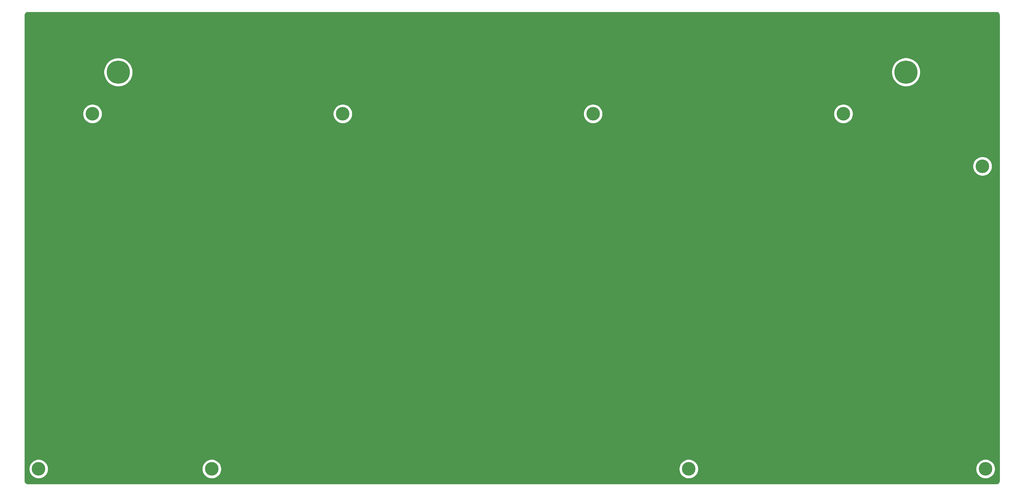
<source format=gbr>
%TF.GenerationSoftware,KiCad,Pcbnew,(5.1.9)-1*%
%TF.CreationDate,2021-09-28T04:32:12-04:00*%
%TF.ProjectId,neoutline,6e656f75-746c-4696-9e65-2e6b69636164,rev?*%
%TF.SameCoordinates,Original*%
%TF.FileFunction,Copper,L1,Top*%
%TF.FilePolarity,Positive*%
%FSLAX46Y46*%
G04 Gerber Fmt 4.6, Leading zero omitted, Abs format (unit mm)*
G04 Created by KiCad (PCBNEW (5.1.9)-1) date 2021-09-28 04:32:12*
%MOMM*%
%LPD*%
G01*
G04 APERTURE LIST*
%TA.AperFunction,ComponentPad*%
%ADD10C,4.400000*%
%TD*%
%TA.AperFunction,ComponentPad*%
%ADD11C,7.500000*%
%TD*%
%TA.AperFunction,NonConductor*%
%ADD12C,0.254000*%
%TD*%
%TA.AperFunction,NonConductor*%
%ADD13C,0.100000*%
%TD*%
G04 APERTURE END LIST*
D10*
%TO.P,REF\u002A\u002A,1*%
%TO.N,N/C*%
X292528868Y-73570270D03*
%TD*%
%TO.P,REF\u002A\u002A,1*%
%TO.N,N/C*%
X247553518Y-56570270D03*
%TD*%
%TO.P,REF\u002A\u002A,1*%
%TO.N,N/C*%
X166583518Y-56570270D03*
%TD*%
%TO.P,REF\u002A\u002A,1*%
%TO.N,N/C*%
X85623518Y-56570270D03*
%TD*%
%TO.P,REF\u002A\u002A,1*%
%TO.N,N/C*%
X4663518Y-56570270D03*
%TD*%
%TO.P,REF\u002A\u002A,1*%
%TO.N,N/C*%
X197528868Y-171570270D03*
%TD*%
%TO.P,REF\u002A\u002A,1*%
%TO.N,N/C*%
X43253518Y-171570270D03*
%TD*%
%TO.P,REF\u002A\u002A,1*%
%TO.N,N/C*%
X293528868Y-171570270D03*
%TD*%
D11*
%TO.P,REF\u002A\u002A,1*%
%TO.N,N/C*%
X267783900Y-43073500D03*
%TD*%
%TO.P,REF\u002A\u002A,1*%
%TO.N,N/C*%
X13008900Y-43098500D03*
%TD*%
D10*
%TO.P,REF\u002A\u002A,1*%
%TO.N,N/C*%
X-12746482Y-171570270D03*
%TD*%
D12*
X297216900Y-23695661D02*
X297397770Y-23750269D01*
X297564592Y-23838970D01*
X297711006Y-23958382D01*
X297831441Y-24103963D01*
X297921299Y-24270152D01*
X297977170Y-24450642D01*
X298001869Y-24685636D01*
X298001868Y-175370046D01*
X297978507Y-175608303D01*
X297923899Y-175789172D01*
X297835197Y-175955996D01*
X297715786Y-176102408D01*
X297570208Y-176222841D01*
X297404015Y-176312702D01*
X297223527Y-176368572D01*
X296988541Y-176393270D01*
X-16196258Y-176393270D01*
X-16434515Y-176369909D01*
X-16615384Y-176315301D01*
X-16782208Y-176226599D01*
X-16928620Y-176107188D01*
X-17049053Y-175961610D01*
X-17138914Y-175795417D01*
X-17194784Y-175614929D01*
X-17219482Y-175379943D01*
X-17219482Y-171262287D01*
X-15873482Y-171262287D01*
X-15873482Y-171878253D01*
X-15753313Y-172482382D01*
X-15517593Y-173051460D01*
X-15175381Y-173563616D01*
X-14739828Y-173999169D01*
X-14227672Y-174341381D01*
X-13658594Y-174577101D01*
X-13054465Y-174697270D01*
X-12438499Y-174697270D01*
X-11834370Y-174577101D01*
X-11265292Y-174341381D01*
X-10753136Y-173999169D01*
X-10317583Y-173563616D01*
X-9975371Y-173051460D01*
X-9739651Y-172482382D01*
X-9619482Y-171878253D01*
X-9619482Y-171262287D01*
X40126518Y-171262287D01*
X40126518Y-171878253D01*
X40246687Y-172482382D01*
X40482407Y-173051460D01*
X40824619Y-173563616D01*
X41260172Y-173999169D01*
X41772328Y-174341381D01*
X42341406Y-174577101D01*
X42945535Y-174697270D01*
X43561501Y-174697270D01*
X44165630Y-174577101D01*
X44734708Y-174341381D01*
X45246864Y-173999169D01*
X45682417Y-173563616D01*
X46024629Y-173051460D01*
X46260349Y-172482382D01*
X46380518Y-171878253D01*
X46380518Y-171262287D01*
X194401868Y-171262287D01*
X194401868Y-171878253D01*
X194522037Y-172482382D01*
X194757757Y-173051460D01*
X195099969Y-173563616D01*
X195535522Y-173999169D01*
X196047678Y-174341381D01*
X196616756Y-174577101D01*
X197220885Y-174697270D01*
X197836851Y-174697270D01*
X198440980Y-174577101D01*
X199010058Y-174341381D01*
X199522214Y-173999169D01*
X199957767Y-173563616D01*
X200299979Y-173051460D01*
X200535699Y-172482382D01*
X200655868Y-171878253D01*
X200655868Y-171262287D01*
X290401868Y-171262287D01*
X290401868Y-171878253D01*
X290522037Y-172482382D01*
X290757757Y-173051460D01*
X291099969Y-173563616D01*
X291535522Y-173999169D01*
X292047678Y-174341381D01*
X292616756Y-174577101D01*
X293220885Y-174697270D01*
X293836851Y-174697270D01*
X294440980Y-174577101D01*
X295010058Y-174341381D01*
X295522214Y-173999169D01*
X295957767Y-173563616D01*
X296299979Y-173051460D01*
X296535699Y-172482382D01*
X296655868Y-171878253D01*
X296655868Y-171262287D01*
X296535699Y-170658158D01*
X296299979Y-170089080D01*
X295957767Y-169576924D01*
X295522214Y-169141371D01*
X295010058Y-168799159D01*
X294440980Y-168563439D01*
X293836851Y-168443270D01*
X293220885Y-168443270D01*
X292616756Y-168563439D01*
X292047678Y-168799159D01*
X291535522Y-169141371D01*
X291099969Y-169576924D01*
X290757757Y-170089080D01*
X290522037Y-170658158D01*
X290401868Y-171262287D01*
X200655868Y-171262287D01*
X200535699Y-170658158D01*
X200299979Y-170089080D01*
X199957767Y-169576924D01*
X199522214Y-169141371D01*
X199010058Y-168799159D01*
X198440980Y-168563439D01*
X197836851Y-168443270D01*
X197220885Y-168443270D01*
X196616756Y-168563439D01*
X196047678Y-168799159D01*
X195535522Y-169141371D01*
X195099969Y-169576924D01*
X194757757Y-170089080D01*
X194522037Y-170658158D01*
X194401868Y-171262287D01*
X46380518Y-171262287D01*
X46260349Y-170658158D01*
X46024629Y-170089080D01*
X45682417Y-169576924D01*
X45246864Y-169141371D01*
X44734708Y-168799159D01*
X44165630Y-168563439D01*
X43561501Y-168443270D01*
X42945535Y-168443270D01*
X42341406Y-168563439D01*
X41772328Y-168799159D01*
X41260172Y-169141371D01*
X40824619Y-169576924D01*
X40482407Y-170089080D01*
X40246687Y-170658158D01*
X40126518Y-171262287D01*
X-9619482Y-171262287D01*
X-9739651Y-170658158D01*
X-9975371Y-170089080D01*
X-10317583Y-169576924D01*
X-10753136Y-169141371D01*
X-11265292Y-168799159D01*
X-11834370Y-168563439D01*
X-12438499Y-168443270D01*
X-13054465Y-168443270D01*
X-13658594Y-168563439D01*
X-14227672Y-168799159D01*
X-14739828Y-169141371D01*
X-15175381Y-169576924D01*
X-15517593Y-170089080D01*
X-15753313Y-170658158D01*
X-15873482Y-171262287D01*
X-17219482Y-171262287D01*
X-17219482Y-73262287D01*
X289401868Y-73262287D01*
X289401868Y-73878253D01*
X289522037Y-74482382D01*
X289757757Y-75051460D01*
X290099969Y-75563616D01*
X290535522Y-75999169D01*
X291047678Y-76341381D01*
X291616756Y-76577101D01*
X292220885Y-76697270D01*
X292836851Y-76697270D01*
X293440980Y-76577101D01*
X294010058Y-76341381D01*
X294522214Y-75999169D01*
X294957767Y-75563616D01*
X295299979Y-75051460D01*
X295535699Y-74482382D01*
X295655868Y-73878253D01*
X295655868Y-73262287D01*
X295535699Y-72658158D01*
X295299979Y-72089080D01*
X294957767Y-71576924D01*
X294522214Y-71141371D01*
X294010058Y-70799159D01*
X293440980Y-70563439D01*
X292836851Y-70443270D01*
X292220885Y-70443270D01*
X291616756Y-70563439D01*
X291047678Y-70799159D01*
X290535522Y-71141371D01*
X290099969Y-71576924D01*
X289757757Y-72089080D01*
X289522037Y-72658158D01*
X289401868Y-73262287D01*
X-17219482Y-73262287D01*
X-17219482Y-56262287D01*
X1536518Y-56262287D01*
X1536518Y-56878253D01*
X1656687Y-57482382D01*
X1892407Y-58051460D01*
X2234619Y-58563616D01*
X2670172Y-58999169D01*
X3182328Y-59341381D01*
X3751406Y-59577101D01*
X4355535Y-59697270D01*
X4971501Y-59697270D01*
X5575630Y-59577101D01*
X6144708Y-59341381D01*
X6656864Y-58999169D01*
X7092417Y-58563616D01*
X7434629Y-58051460D01*
X7670349Y-57482382D01*
X7790518Y-56878253D01*
X7790518Y-56262287D01*
X82496518Y-56262287D01*
X82496518Y-56878253D01*
X82616687Y-57482382D01*
X82852407Y-58051460D01*
X83194619Y-58563616D01*
X83630172Y-58999169D01*
X84142328Y-59341381D01*
X84711406Y-59577101D01*
X85315535Y-59697270D01*
X85931501Y-59697270D01*
X86535630Y-59577101D01*
X87104708Y-59341381D01*
X87616864Y-58999169D01*
X88052417Y-58563616D01*
X88394629Y-58051460D01*
X88630349Y-57482382D01*
X88750518Y-56878253D01*
X88750518Y-56262287D01*
X163456518Y-56262287D01*
X163456518Y-56878253D01*
X163576687Y-57482382D01*
X163812407Y-58051460D01*
X164154619Y-58563616D01*
X164590172Y-58999169D01*
X165102328Y-59341381D01*
X165671406Y-59577101D01*
X166275535Y-59697270D01*
X166891501Y-59697270D01*
X167495630Y-59577101D01*
X168064708Y-59341381D01*
X168576864Y-58999169D01*
X169012417Y-58563616D01*
X169354629Y-58051460D01*
X169590349Y-57482382D01*
X169710518Y-56878253D01*
X169710518Y-56262287D01*
X244426518Y-56262287D01*
X244426518Y-56878253D01*
X244546687Y-57482382D01*
X244782407Y-58051460D01*
X245124619Y-58563616D01*
X245560172Y-58999169D01*
X246072328Y-59341381D01*
X246641406Y-59577101D01*
X247245535Y-59697270D01*
X247861501Y-59697270D01*
X248465630Y-59577101D01*
X249034708Y-59341381D01*
X249546864Y-58999169D01*
X249982417Y-58563616D01*
X250324629Y-58051460D01*
X250560349Y-57482382D01*
X250680518Y-56878253D01*
X250680518Y-56262287D01*
X250560349Y-55658158D01*
X250324629Y-55089080D01*
X249982417Y-54576924D01*
X249546864Y-54141371D01*
X249034708Y-53799159D01*
X248465630Y-53563439D01*
X247861501Y-53443270D01*
X247245535Y-53443270D01*
X246641406Y-53563439D01*
X246072328Y-53799159D01*
X245560172Y-54141371D01*
X245124619Y-54576924D01*
X244782407Y-55089080D01*
X244546687Y-55658158D01*
X244426518Y-56262287D01*
X169710518Y-56262287D01*
X169590349Y-55658158D01*
X169354629Y-55089080D01*
X169012417Y-54576924D01*
X168576864Y-54141371D01*
X168064708Y-53799159D01*
X167495630Y-53563439D01*
X166891501Y-53443270D01*
X166275535Y-53443270D01*
X165671406Y-53563439D01*
X165102328Y-53799159D01*
X164590172Y-54141371D01*
X164154619Y-54576924D01*
X163812407Y-55089080D01*
X163576687Y-55658158D01*
X163456518Y-56262287D01*
X88750518Y-56262287D01*
X88630349Y-55658158D01*
X88394629Y-55089080D01*
X88052417Y-54576924D01*
X87616864Y-54141371D01*
X87104708Y-53799159D01*
X86535630Y-53563439D01*
X85931501Y-53443270D01*
X85315535Y-53443270D01*
X84711406Y-53563439D01*
X84142328Y-53799159D01*
X83630172Y-54141371D01*
X83194619Y-54576924D01*
X82852407Y-55089080D01*
X82616687Y-55658158D01*
X82496518Y-56262287D01*
X7790518Y-56262287D01*
X7670349Y-55658158D01*
X7434629Y-55089080D01*
X7092417Y-54576924D01*
X6656864Y-54141371D01*
X6144708Y-53799159D01*
X5575630Y-53563439D01*
X4971501Y-53443270D01*
X4355535Y-53443270D01*
X3751406Y-53563439D01*
X3182328Y-53799159D01*
X2670172Y-54141371D01*
X2234619Y-54576924D01*
X1892407Y-55089080D01*
X1656687Y-55658158D01*
X1536518Y-56262287D01*
X-17219482Y-56262287D01*
X-17219482Y-42637856D01*
X8331900Y-42637856D01*
X8331900Y-43559144D01*
X8511634Y-44462731D01*
X8864196Y-45313890D01*
X9376037Y-46079914D01*
X10027486Y-46731363D01*
X10793510Y-47243204D01*
X11644669Y-47595766D01*
X12548256Y-47775500D01*
X13469544Y-47775500D01*
X14373131Y-47595766D01*
X15224290Y-47243204D01*
X15990314Y-46731363D01*
X16641763Y-46079914D01*
X17153604Y-45313890D01*
X17506166Y-44462731D01*
X17685900Y-43559144D01*
X17685900Y-42637856D01*
X17680928Y-42612856D01*
X263106900Y-42612856D01*
X263106900Y-43534144D01*
X263286634Y-44437731D01*
X263639196Y-45288890D01*
X264151037Y-46054914D01*
X264802486Y-46706363D01*
X265568510Y-47218204D01*
X266419669Y-47570766D01*
X267323256Y-47750500D01*
X268244544Y-47750500D01*
X269148131Y-47570766D01*
X269999290Y-47218204D01*
X270765314Y-46706363D01*
X271416763Y-46054914D01*
X271928604Y-45288890D01*
X272281166Y-44437731D01*
X272460900Y-43534144D01*
X272460900Y-42612856D01*
X272281166Y-41709269D01*
X271928604Y-40858110D01*
X271416763Y-40092086D01*
X270765314Y-39440637D01*
X269999290Y-38928796D01*
X269148131Y-38576234D01*
X268244544Y-38396500D01*
X267323256Y-38396500D01*
X266419669Y-38576234D01*
X265568510Y-38928796D01*
X264802486Y-39440637D01*
X264151037Y-40092086D01*
X263639196Y-40858110D01*
X263286634Y-41709269D01*
X263106900Y-42612856D01*
X17680928Y-42612856D01*
X17506166Y-41734269D01*
X17153604Y-40883110D01*
X16641763Y-40117086D01*
X15990314Y-39465637D01*
X15224290Y-38953796D01*
X14373131Y-38601234D01*
X13469544Y-38421500D01*
X12548256Y-38421500D01*
X11644669Y-38601234D01*
X10793510Y-38953796D01*
X10027486Y-39465637D01*
X9376037Y-40117086D01*
X8864196Y-40883110D01*
X8511634Y-41734269D01*
X8331900Y-42637856D01*
X-17219482Y-42637856D01*
X-17219482Y-24695524D01*
X-17196121Y-24457268D01*
X-17141513Y-24276398D01*
X-17052812Y-24109576D01*
X-16933400Y-23963162D01*
X-16787819Y-23842727D01*
X-16621630Y-23752869D01*
X-16441140Y-23696998D01*
X-16206155Y-23672300D01*
X296978644Y-23672300D01*
X297216900Y-23695661D01*
%TA.AperFunction,NonConductor*%
D13*
G36*
X297216900Y-23695661D02*
G01*
X297397770Y-23750269D01*
X297564592Y-23838970D01*
X297711006Y-23958382D01*
X297831441Y-24103963D01*
X297921299Y-24270152D01*
X297977170Y-24450642D01*
X298001869Y-24685636D01*
X298001868Y-175370046D01*
X297978507Y-175608303D01*
X297923899Y-175789172D01*
X297835197Y-175955996D01*
X297715786Y-176102408D01*
X297570208Y-176222841D01*
X297404015Y-176312702D01*
X297223527Y-176368572D01*
X296988541Y-176393270D01*
X-16196258Y-176393270D01*
X-16434515Y-176369909D01*
X-16615384Y-176315301D01*
X-16782208Y-176226599D01*
X-16928620Y-176107188D01*
X-17049053Y-175961610D01*
X-17138914Y-175795417D01*
X-17194784Y-175614929D01*
X-17219482Y-175379943D01*
X-17219482Y-171262287D01*
X-15873482Y-171262287D01*
X-15873482Y-171878253D01*
X-15753313Y-172482382D01*
X-15517593Y-173051460D01*
X-15175381Y-173563616D01*
X-14739828Y-173999169D01*
X-14227672Y-174341381D01*
X-13658594Y-174577101D01*
X-13054465Y-174697270D01*
X-12438499Y-174697270D01*
X-11834370Y-174577101D01*
X-11265292Y-174341381D01*
X-10753136Y-173999169D01*
X-10317583Y-173563616D01*
X-9975371Y-173051460D01*
X-9739651Y-172482382D01*
X-9619482Y-171878253D01*
X-9619482Y-171262287D01*
X40126518Y-171262287D01*
X40126518Y-171878253D01*
X40246687Y-172482382D01*
X40482407Y-173051460D01*
X40824619Y-173563616D01*
X41260172Y-173999169D01*
X41772328Y-174341381D01*
X42341406Y-174577101D01*
X42945535Y-174697270D01*
X43561501Y-174697270D01*
X44165630Y-174577101D01*
X44734708Y-174341381D01*
X45246864Y-173999169D01*
X45682417Y-173563616D01*
X46024629Y-173051460D01*
X46260349Y-172482382D01*
X46380518Y-171878253D01*
X46380518Y-171262287D01*
X194401868Y-171262287D01*
X194401868Y-171878253D01*
X194522037Y-172482382D01*
X194757757Y-173051460D01*
X195099969Y-173563616D01*
X195535522Y-173999169D01*
X196047678Y-174341381D01*
X196616756Y-174577101D01*
X197220885Y-174697270D01*
X197836851Y-174697270D01*
X198440980Y-174577101D01*
X199010058Y-174341381D01*
X199522214Y-173999169D01*
X199957767Y-173563616D01*
X200299979Y-173051460D01*
X200535699Y-172482382D01*
X200655868Y-171878253D01*
X200655868Y-171262287D01*
X290401868Y-171262287D01*
X290401868Y-171878253D01*
X290522037Y-172482382D01*
X290757757Y-173051460D01*
X291099969Y-173563616D01*
X291535522Y-173999169D01*
X292047678Y-174341381D01*
X292616756Y-174577101D01*
X293220885Y-174697270D01*
X293836851Y-174697270D01*
X294440980Y-174577101D01*
X295010058Y-174341381D01*
X295522214Y-173999169D01*
X295957767Y-173563616D01*
X296299979Y-173051460D01*
X296535699Y-172482382D01*
X296655868Y-171878253D01*
X296655868Y-171262287D01*
X296535699Y-170658158D01*
X296299979Y-170089080D01*
X295957767Y-169576924D01*
X295522214Y-169141371D01*
X295010058Y-168799159D01*
X294440980Y-168563439D01*
X293836851Y-168443270D01*
X293220885Y-168443270D01*
X292616756Y-168563439D01*
X292047678Y-168799159D01*
X291535522Y-169141371D01*
X291099969Y-169576924D01*
X290757757Y-170089080D01*
X290522037Y-170658158D01*
X290401868Y-171262287D01*
X200655868Y-171262287D01*
X200535699Y-170658158D01*
X200299979Y-170089080D01*
X199957767Y-169576924D01*
X199522214Y-169141371D01*
X199010058Y-168799159D01*
X198440980Y-168563439D01*
X197836851Y-168443270D01*
X197220885Y-168443270D01*
X196616756Y-168563439D01*
X196047678Y-168799159D01*
X195535522Y-169141371D01*
X195099969Y-169576924D01*
X194757757Y-170089080D01*
X194522037Y-170658158D01*
X194401868Y-171262287D01*
X46380518Y-171262287D01*
X46260349Y-170658158D01*
X46024629Y-170089080D01*
X45682417Y-169576924D01*
X45246864Y-169141371D01*
X44734708Y-168799159D01*
X44165630Y-168563439D01*
X43561501Y-168443270D01*
X42945535Y-168443270D01*
X42341406Y-168563439D01*
X41772328Y-168799159D01*
X41260172Y-169141371D01*
X40824619Y-169576924D01*
X40482407Y-170089080D01*
X40246687Y-170658158D01*
X40126518Y-171262287D01*
X-9619482Y-171262287D01*
X-9739651Y-170658158D01*
X-9975371Y-170089080D01*
X-10317583Y-169576924D01*
X-10753136Y-169141371D01*
X-11265292Y-168799159D01*
X-11834370Y-168563439D01*
X-12438499Y-168443270D01*
X-13054465Y-168443270D01*
X-13658594Y-168563439D01*
X-14227672Y-168799159D01*
X-14739828Y-169141371D01*
X-15175381Y-169576924D01*
X-15517593Y-170089080D01*
X-15753313Y-170658158D01*
X-15873482Y-171262287D01*
X-17219482Y-171262287D01*
X-17219482Y-73262287D01*
X289401868Y-73262287D01*
X289401868Y-73878253D01*
X289522037Y-74482382D01*
X289757757Y-75051460D01*
X290099969Y-75563616D01*
X290535522Y-75999169D01*
X291047678Y-76341381D01*
X291616756Y-76577101D01*
X292220885Y-76697270D01*
X292836851Y-76697270D01*
X293440980Y-76577101D01*
X294010058Y-76341381D01*
X294522214Y-75999169D01*
X294957767Y-75563616D01*
X295299979Y-75051460D01*
X295535699Y-74482382D01*
X295655868Y-73878253D01*
X295655868Y-73262287D01*
X295535699Y-72658158D01*
X295299979Y-72089080D01*
X294957767Y-71576924D01*
X294522214Y-71141371D01*
X294010058Y-70799159D01*
X293440980Y-70563439D01*
X292836851Y-70443270D01*
X292220885Y-70443270D01*
X291616756Y-70563439D01*
X291047678Y-70799159D01*
X290535522Y-71141371D01*
X290099969Y-71576924D01*
X289757757Y-72089080D01*
X289522037Y-72658158D01*
X289401868Y-73262287D01*
X-17219482Y-73262287D01*
X-17219482Y-56262287D01*
X1536518Y-56262287D01*
X1536518Y-56878253D01*
X1656687Y-57482382D01*
X1892407Y-58051460D01*
X2234619Y-58563616D01*
X2670172Y-58999169D01*
X3182328Y-59341381D01*
X3751406Y-59577101D01*
X4355535Y-59697270D01*
X4971501Y-59697270D01*
X5575630Y-59577101D01*
X6144708Y-59341381D01*
X6656864Y-58999169D01*
X7092417Y-58563616D01*
X7434629Y-58051460D01*
X7670349Y-57482382D01*
X7790518Y-56878253D01*
X7790518Y-56262287D01*
X82496518Y-56262287D01*
X82496518Y-56878253D01*
X82616687Y-57482382D01*
X82852407Y-58051460D01*
X83194619Y-58563616D01*
X83630172Y-58999169D01*
X84142328Y-59341381D01*
X84711406Y-59577101D01*
X85315535Y-59697270D01*
X85931501Y-59697270D01*
X86535630Y-59577101D01*
X87104708Y-59341381D01*
X87616864Y-58999169D01*
X88052417Y-58563616D01*
X88394629Y-58051460D01*
X88630349Y-57482382D01*
X88750518Y-56878253D01*
X88750518Y-56262287D01*
X163456518Y-56262287D01*
X163456518Y-56878253D01*
X163576687Y-57482382D01*
X163812407Y-58051460D01*
X164154619Y-58563616D01*
X164590172Y-58999169D01*
X165102328Y-59341381D01*
X165671406Y-59577101D01*
X166275535Y-59697270D01*
X166891501Y-59697270D01*
X167495630Y-59577101D01*
X168064708Y-59341381D01*
X168576864Y-58999169D01*
X169012417Y-58563616D01*
X169354629Y-58051460D01*
X169590349Y-57482382D01*
X169710518Y-56878253D01*
X169710518Y-56262287D01*
X244426518Y-56262287D01*
X244426518Y-56878253D01*
X244546687Y-57482382D01*
X244782407Y-58051460D01*
X245124619Y-58563616D01*
X245560172Y-58999169D01*
X246072328Y-59341381D01*
X246641406Y-59577101D01*
X247245535Y-59697270D01*
X247861501Y-59697270D01*
X248465630Y-59577101D01*
X249034708Y-59341381D01*
X249546864Y-58999169D01*
X249982417Y-58563616D01*
X250324629Y-58051460D01*
X250560349Y-57482382D01*
X250680518Y-56878253D01*
X250680518Y-56262287D01*
X250560349Y-55658158D01*
X250324629Y-55089080D01*
X249982417Y-54576924D01*
X249546864Y-54141371D01*
X249034708Y-53799159D01*
X248465630Y-53563439D01*
X247861501Y-53443270D01*
X247245535Y-53443270D01*
X246641406Y-53563439D01*
X246072328Y-53799159D01*
X245560172Y-54141371D01*
X245124619Y-54576924D01*
X244782407Y-55089080D01*
X244546687Y-55658158D01*
X244426518Y-56262287D01*
X169710518Y-56262287D01*
X169590349Y-55658158D01*
X169354629Y-55089080D01*
X169012417Y-54576924D01*
X168576864Y-54141371D01*
X168064708Y-53799159D01*
X167495630Y-53563439D01*
X166891501Y-53443270D01*
X166275535Y-53443270D01*
X165671406Y-53563439D01*
X165102328Y-53799159D01*
X164590172Y-54141371D01*
X164154619Y-54576924D01*
X163812407Y-55089080D01*
X163576687Y-55658158D01*
X163456518Y-56262287D01*
X88750518Y-56262287D01*
X88630349Y-55658158D01*
X88394629Y-55089080D01*
X88052417Y-54576924D01*
X87616864Y-54141371D01*
X87104708Y-53799159D01*
X86535630Y-53563439D01*
X85931501Y-53443270D01*
X85315535Y-53443270D01*
X84711406Y-53563439D01*
X84142328Y-53799159D01*
X83630172Y-54141371D01*
X83194619Y-54576924D01*
X82852407Y-55089080D01*
X82616687Y-55658158D01*
X82496518Y-56262287D01*
X7790518Y-56262287D01*
X7670349Y-55658158D01*
X7434629Y-55089080D01*
X7092417Y-54576924D01*
X6656864Y-54141371D01*
X6144708Y-53799159D01*
X5575630Y-53563439D01*
X4971501Y-53443270D01*
X4355535Y-53443270D01*
X3751406Y-53563439D01*
X3182328Y-53799159D01*
X2670172Y-54141371D01*
X2234619Y-54576924D01*
X1892407Y-55089080D01*
X1656687Y-55658158D01*
X1536518Y-56262287D01*
X-17219482Y-56262287D01*
X-17219482Y-42637856D01*
X8331900Y-42637856D01*
X8331900Y-43559144D01*
X8511634Y-44462731D01*
X8864196Y-45313890D01*
X9376037Y-46079914D01*
X10027486Y-46731363D01*
X10793510Y-47243204D01*
X11644669Y-47595766D01*
X12548256Y-47775500D01*
X13469544Y-47775500D01*
X14373131Y-47595766D01*
X15224290Y-47243204D01*
X15990314Y-46731363D01*
X16641763Y-46079914D01*
X17153604Y-45313890D01*
X17506166Y-44462731D01*
X17685900Y-43559144D01*
X17685900Y-42637856D01*
X17680928Y-42612856D01*
X263106900Y-42612856D01*
X263106900Y-43534144D01*
X263286634Y-44437731D01*
X263639196Y-45288890D01*
X264151037Y-46054914D01*
X264802486Y-46706363D01*
X265568510Y-47218204D01*
X266419669Y-47570766D01*
X267323256Y-47750500D01*
X268244544Y-47750500D01*
X269148131Y-47570766D01*
X269999290Y-47218204D01*
X270765314Y-46706363D01*
X271416763Y-46054914D01*
X271928604Y-45288890D01*
X272281166Y-44437731D01*
X272460900Y-43534144D01*
X272460900Y-42612856D01*
X272281166Y-41709269D01*
X271928604Y-40858110D01*
X271416763Y-40092086D01*
X270765314Y-39440637D01*
X269999290Y-38928796D01*
X269148131Y-38576234D01*
X268244544Y-38396500D01*
X267323256Y-38396500D01*
X266419669Y-38576234D01*
X265568510Y-38928796D01*
X264802486Y-39440637D01*
X264151037Y-40092086D01*
X263639196Y-40858110D01*
X263286634Y-41709269D01*
X263106900Y-42612856D01*
X17680928Y-42612856D01*
X17506166Y-41734269D01*
X17153604Y-40883110D01*
X16641763Y-40117086D01*
X15990314Y-39465637D01*
X15224290Y-38953796D01*
X14373131Y-38601234D01*
X13469544Y-38421500D01*
X12548256Y-38421500D01*
X11644669Y-38601234D01*
X10793510Y-38953796D01*
X10027486Y-39465637D01*
X9376037Y-40117086D01*
X8864196Y-40883110D01*
X8511634Y-41734269D01*
X8331900Y-42637856D01*
X-17219482Y-42637856D01*
X-17219482Y-24695524D01*
X-17196121Y-24457268D01*
X-17141513Y-24276398D01*
X-17052812Y-24109576D01*
X-16933400Y-23963162D01*
X-16787819Y-23842727D01*
X-16621630Y-23752869D01*
X-16441140Y-23696998D01*
X-16206155Y-23672300D01*
X296978644Y-23672300D01*
X297216900Y-23695661D01*
G37*
%TD.AperFunction*%
M02*

</source>
